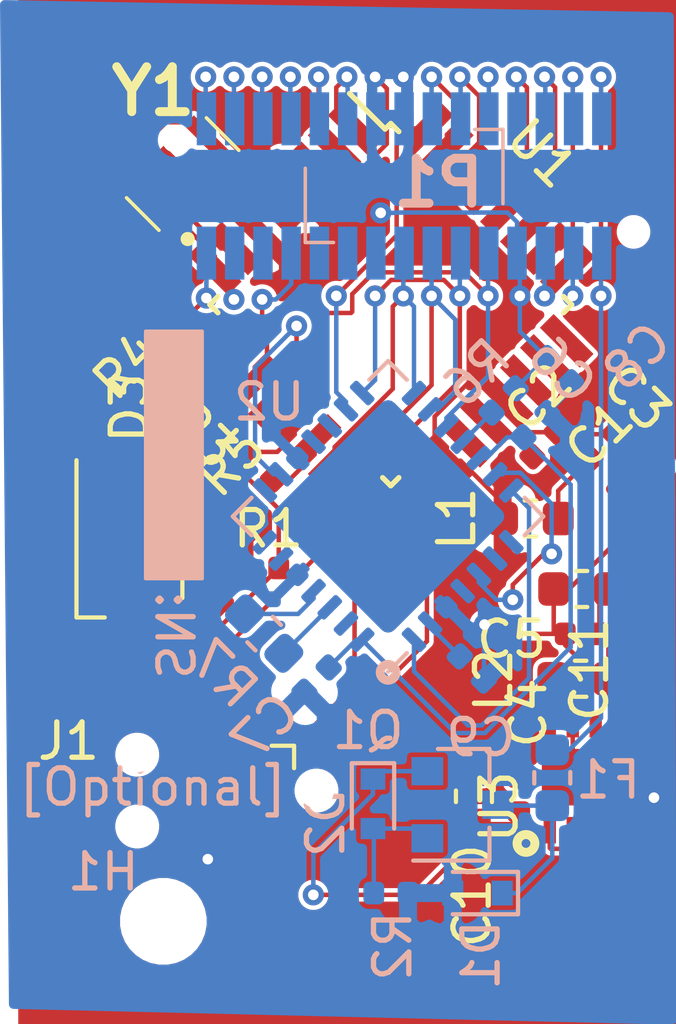
<source format=kicad_pcb>
(kicad_pcb (version 20171130) (host pcbnew "(5.1.5)-3")
  (layers (0 F.Cu signal hide) (31 B.Cu signal) (34 B.Paste user) (35 F.Paste user hide) (36 B.SilkS user) (37 F.SilkS user hide) (38 B.Mask user) (39 F.Mask user hide) (44 Edge.Cuts user))
  (net 0 "")
  (net 1 "Net-(U1-Pad7)")
  (net 2 GND)
  (net 3 /Reset)
  (net 4 /MOSI)
  (net 5 /SCK)
  (net 6 +5V)
  (net 7 /MISO)
  (net 8 "Net-(U2-Pad2)")
  (net 9 "Net-(U2-Pad6)")
  (net 10 "Net-(U2-Pad7)")
  (net 11 "Net-(U2-Pad8)")
  (net 12 "Net-(U2-Pad11)")
  (net 13 "Net-(U2-Pad12)")
  (net 14 "Net-(U2-Pad20)")
  (net 15 "Net-(U2-Pad21)")
  (net 16 "Net-(U2-Pad22)")
  (net 17 "Net-(U2-Pad23)")
  (net 18 "Net-(U2-Pad25)")
  (net 19 /CAN_CS)
  (net 20 /CAN_INT)
  (net 21 +12V)
  (net 22 /CLK_MCP)
  (net 23 /GREEN_LED)
  (net 24 /RED_LED)
  (net 25 /BLUE_LED)
  (net 26 /U-Pin8)
  (net 27 /U-Pin12)
  (net 28 /U-Pin14)
  (net 29 /U-Pin20)
  (net 30 /U-Pin22)
  (net 31 "Net-(D1-Pad1)")
  (net 32 "Net-(D2-Pad2)")
  (net 33 /U-Pin2)
  (net 34 /U-Pin4)
  (net 35 /U-Pin6)
  (net 36 /U-Pin7)
  (net 37 /U-Pin23)
  (net 38 /U-Pin1)
  (net 39 /U-Pin3)
  (net 40 +12V_Safe)
  (net 41 "Net-(C3-Pad2)")
  (net 42 "Net-(C7-Pad1)")
  (net 43 "Net-(C9-Pad2)")
  (net 44 "Net-(L2-Pad1)")
  (net 45 "Net-(R6-Pad1)")
  (net 46 "Net-(U3-Pad2)")
  (net 47 "Net-(U3-Pad6)")
  (net 48 "Net-(U1-Pad19)")
  (net 49 "Net-(U1-Pad22)")
  (net 50 "Net-(U1-Pad24)")
  (net 51 "Net-(C2-Pad1)")
  (net 52 "Net-(D3-Pad2)")
  (net 53 "Net-(D3-Pad3)")
  (net 54 "Net-(D3-Pad4)")
  (net 55 "Net-(U1-Pad29)")
  (net 56 "Net-(U1-Pad8)")
  (net 57 "Net-(P1-Pad3)")
  (net 58 "Net-(P1-Pad17)")
  (net 59 "Net-(P1-Pad19)")
  (net 60 "Net-(P1-Pad21)")
  (net 61 "Net-(P1-Pad25)")
  (net 62 "Net-(P1-Pad27)")
  (net 63 /U-Pin10)
  (net 64 /U-Pin24)
  (net 65 /U-Pin26)
  (net 66 /U-Pin28)
  (net 67 /U-Pin30)
  (net 68 /U-Pin5)
  (module Connector:Tag-Connect_TC2030-IDC-NL_2x03_P1.27mm_Vertical (layer F.Cu) (at 69.4 86.2 180)
    (fp_text reference J1 (at 4.485 1.4) (layer F.SilkS))
    (fp_text value TC2030-MCP-NL)
    (pad "" np_thru_hole circle (at 2.54 -1.016 180) (size 0.9906 0.9906) (drill 0.9906) (layers *.Cu *.Mask))
    (pad "" np_thru_hole circle (at 2.54 1.016 180) (size 0.9906 0.9906) (drill 0.9906) (layers *.Cu *.Mask))
    (pad "" np_thru_hole circle (at -2.54 0 180) (size 0.9906 0.9906) (drill 0.9906) (layers *.Cu *.Mask))
    (pad 1 connect circle (at -1.27 0.635 180) (size 0.7874 0.7874) (layers F.Cu F.Mask) (net 7 /MISO))
    (pad 2 connect circle (at -1.27 -0.635 180) (size 0.7874 0.7874) (layers F.Cu F.Mask) (net 6 +5V))
    (pad 3 connect circle (at 0 0.635 180) (size 0.7874 0.7874) (layers F.Cu F.Mask) (net 5 /SCK))
    (pad 4 connect circle (at 0 -0.635 180) (size 0.7874 0.7874) (layers F.Cu F.Mask) (net 4 /MOSI))
    (pad 5 connect circle (at 1.27 0.635 180) (size 0.7874 0.7874) (layers F.Cu F.Mask) (net 3 /Reset))
    (pad 6 connect circle (at 1.27 -0.635 180) (size 0.7874 0.7874) (layers F.Cu F.Mask) (net 2 GND))
  )
  (module SMLP36RGB2W3R:ILWX10SBVFBE (layer B.Cu) (at 74.422 69.088 180)
    (fp_text reference P1 (at -0.978 0.088) (layer B.SilkS) (effects (font (size 1.27 1.27) (thickness 0.254)) (justify mirror)))
    (fp_text value Conn_02x15_Odd_Even hide)
    (pad "" np_thru_hole circle (at 6.5 1.3 180) (size 0.7 0.7) (drill 0.7) (layers *.Cu *.Mask))
    (pad "" np_thru_hole circle (at -6.5 -1.3 180) (size 0.7 0.7) (drill 0.7) (layers *.Cu *.Mask))
    (pad 1 smd rect (at -5.6 -1.9 180) (size 0.55 1.5) (layers B.Cu B.Paste B.Mask) (net 21 +12V))
    (pad 2 smd rect (at -5.6 1.9 180) (size 0.55 1.5) (layers B.Cu B.Paste B.Mask) (net 33 /U-Pin2))
    (pad 3 smd rect (at -4.8 -1.9 180) (size 0.55 1.5) (layers B.Cu B.Paste B.Mask) (net 57 "Net-(P1-Pad3)"))
    (pad 4 smd rect (at -4.8 1.9 180) (size 0.55 1.5) (layers B.Cu B.Paste B.Mask) (net 34 /U-Pin4))
    (pad 5 smd rect (at -4 -1.9 180) (size 0.55 1.5) (layers B.Cu B.Paste B.Mask) (net 68 /U-Pin5))
    (pad 6 smd rect (at -4 1.9 180) (size 0.55 1.5) (layers B.Cu B.Paste B.Mask) (net 35 /U-Pin6))
    (pad 7 smd rect (at -3.2 -1.9 180) (size 0.55 1.5) (layers B.Cu B.Paste B.Mask) (net 6 +5V))
    (pad 8 smd rect (at -3.2 1.9 180) (size 0.55 1.5) (layers B.Cu B.Paste B.Mask) (net 26 /U-Pin8))
    (pad 9 smd rect (at -2.4 -1.9 180) (size 0.55 1.5) (layers B.Cu B.Paste B.Mask) (net 19 /CAN_CS))
    (pad 10 smd rect (at -2.4 1.9 180) (size 0.55 1.5) (layers B.Cu B.Paste B.Mask) (net 63 /U-Pin10))
    (pad 11 smd rect (at -1.6 -1.9 180) (size 0.55 1.5) (layers B.Cu B.Paste B.Mask) (net 5 /SCK))
    (pad 12 smd rect (at -1.6 1.9 180) (size 0.55 1.5) (layers B.Cu B.Paste B.Mask) (net 27 /U-Pin12))
    (pad 13 smd rect (at -0.8 -1.9 180) (size 0.55 1.5) (layers B.Cu B.Paste B.Mask) (net 7 /MISO))
    (pad 14 smd rect (at -0.8 1.9 180) (size 0.55 1.5) (layers B.Cu B.Paste B.Mask) (net 28 /U-Pin14))
    (pad 15 smd rect (at 0 -1.9 180) (size 0.55 1.5) (layers B.Cu B.Paste B.Mask) (net 4 /MOSI))
    (pad 16 smd rect (at 0 1.9 180) (size 0.55 1.5) (layers B.Cu B.Paste B.Mask) (net 2 GND))
    (pad 17 smd rect (at 0.8 -1.9 180) (size 0.55 1.5) (layers B.Cu B.Paste B.Mask) (net 58 "Net-(P1-Pad17)"))
    (pad 18 smd rect (at 0.8 1.9 180) (size 0.55 1.5) (layers B.Cu B.Paste B.Mask) (net 2 GND))
    (pad 19 smd rect (at 1.6 -1.9 180) (size 0.55 1.5) (layers B.Cu B.Paste B.Mask) (net 59 "Net-(P1-Pad19)"))
    (pad 20 smd rect (at 1.6 1.9 180) (size 0.55 1.5) (layers B.Cu B.Paste B.Mask) (net 29 /U-Pin20))
    (pad 21 smd rect (at 2.4 -1.9 180) (size 0.55 1.5) (layers B.Cu B.Paste B.Mask) (net 60 "Net-(P1-Pad21)"))
    (pad 22 smd rect (at 2.4 1.9 180) (size 0.55 1.5) (layers B.Cu B.Paste B.Mask) (net 30 /U-Pin22))
    (pad 23 smd rect (at 3.2 -1.9 180) (size 0.55 1.5) (layers B.Cu B.Paste B.Mask) (net 37 /U-Pin23))
    (pad 24 smd rect (at 3.2 1.9 180) (size 0.55 1.5) (layers B.Cu B.Paste B.Mask) (net 64 /U-Pin24))
    (pad 25 smd rect (at 4 -1.9 180) (size 0.55 1.5) (layers B.Cu B.Paste B.Mask) (net 61 "Net-(P1-Pad25)"))
    (pad 26 smd rect (at 4 1.9 180) (size 0.55 1.5) (layers B.Cu B.Paste B.Mask) (net 65 /U-Pin26))
    (pad 27 smd rect (at 4.8 -1.9 180) (size 0.55 1.5) (layers B.Cu B.Paste B.Mask) (net 62 "Net-(P1-Pad27)"))
    (pad 28 smd rect (at 4.8 1.9 180) (size 0.55 1.5) (layers B.Cu B.Paste B.Mask) (net 66 /U-Pin28))
    (pad 29 smd rect (at 5.6 -1.9 180) (size 0.55 1.5) (layers B.Cu B.Paste B.Mask) (net 3 /Reset))
    (pad 30 smd rect (at 5.6 1.9 180) (size 0.55 1.5) (layers B.Cu B.Paste B.Mask) (net 67 /U-Pin30))
  )
  (module LED_SMD:LED_Avago_PLCC4_3.2x2.8mm_CW (layer F.Cu) (at 66.64 78.8 90)
    (fp_text reference D3 (at 3.429 0 270) (layer F.SilkS))
    (fp_text value ASMB-MTB0-0A3A2)
    (pad 1 smd rect (at -1.5 -0.75 90) (size 1.5 1.1) (layers F.Cu F.Paste F.Mask) (net 6 +5V))
    (pad 2 smd rect (at 1.5 -0.75 90) (size 1.5 1.1) (layers F.Cu F.Paste F.Mask) (net 52 "Net-(D3-Pad2)"))
    (pad 3 smd rect (at 1.5 0.75 90) (size 1.5 1.1) (layers F.Cu F.Paste F.Mask) (net 53 "Net-(D3-Pad3)"))
    (pad 4 smd rect (at -1.5 0.75 90) (size 1.5 1.1) (layers F.Cu F.Paste F.Mask) (net 54 "Net-(D3-Pad4)"))
  )
  (module Resistor_SMD:R_0402_1005Metric (layer F.Cu) (at 70.385 79.9)
    (fp_text reference R1 (at 0.19 -1.11) (layer F.SilkS))
    (fp_text value "10K Ohm")
    (pad 1 smd roundrect (at -0.485 0) (size 0.59 0.64) (layers F.Cu F.Paste F.Mask) (net 6 +5V))
    (pad 2 smd roundrect (at 0.485 0) (size 0.59 0.64) (layers F.Cu F.Paste F.Mask) (net 3 /Reset))
  )
  (module Resistor_SMD:R_0402_1005Metric (layer F.Cu) (at 70.357053 77.742947 45)
    (fp_text reference R5 (at 0 -1.17 45) (layer F.SilkS))
    (fp_text value "190 Ohm")
    (pad 1 smd roundrect (at -0.485 0 45) (size 0.59 0.64) (layers F.Cu F.Paste F.Mask) (net 52 "Net-(D3-Pad2)"))
    (pad 2 smd roundrect (at 0.485 0 45) (size 0.59 0.64) (layers F.Cu F.Paste F.Mask) (net 25 /BLUE_LED))
  )
  (module Package_DFN_QFN:QFN-28-1EP_6x6mm_P0.65mm_EP4.8x4.8mm (layer B.Cu) (at 73.968 78.44 45)
    (fp_text reference U2 (at -0.09051 -4.672562 180) (layer B.SilkS) (effects (justify mirror)))
    (fp_text value MCP25625-x-SS)
    (pad 29 smd roundrect (at 0 0 45) (size 4.8 4.8) (layers B.Cu B.Mask) (roundrect_rratio 0.052083))
    (pad 1 smd roundrect (at -2.9875 1.95 45) (size 0.775 0.3) (layers B.Cu B.Paste B.Mask) (net 42 "Net-(C7-Pad1)"))
    (pad 2 smd roundrect (at -2.9875 1.3 45) (size 0.775 0.3) (layers B.Cu B.Paste B.Mask) (net 8 "Net-(U2-Pad2)"))
    (pad 3 smd roundrect (at -2.9875 0.65 45) (size 0.775 0.3) (layers B.Cu B.Paste B.Mask) (net 38 /U-Pin1))
    (pad 4 smd roundrect (at -2.9875 0 45) (size 0.775 0.3) (layers B.Cu B.Paste B.Mask) (net 39 /U-Pin3))
    (pad 5 smd roundrect (at -2.9875 -0.65 45) (size 0.775 0.3) (layers B.Cu B.Paste B.Mask) (net 2 GND))
    (pad 6 smd roundrect (at -2.9875 -1.3 45) (size 0.775 0.3) (layers B.Cu B.Paste B.Mask) (net 9 "Net-(U2-Pad6)"))
    (pad 7 smd roundrect (at -2.9875 -1.95 45) (size 0.775 0.3) (layers B.Cu B.Paste B.Mask) (net 10 "Net-(U2-Pad7)"))
    (pad 8 smd roundrect (at -1.95 -2.9875 45) (size 0.3 0.775) (layers B.Cu B.Paste B.Mask) (net 11 "Net-(U2-Pad8)"))
    (pad 9 smd roundrect (at -1.3 -2.9875 45) (size 0.3 0.775) (layers B.Cu B.Paste B.Mask) (net 22 /CLK_MCP))
    (pad 10 smd roundrect (at -0.65 -2.9875 45) (size 0.3 0.775) (layers B.Cu B.Paste B.Mask) (net 2 GND))
    (pad 11 smd roundrect (at 0 -2.9875 45) (size 0.3 0.775) (layers B.Cu B.Paste B.Mask) (net 12 "Net-(U2-Pad11)"))
    (pad 12 smd roundrect (at 0.65 -2.9875 45) (size 0.3 0.775) (layers B.Cu B.Paste B.Mask) (net 13 "Net-(U2-Pad12)"))
    (pad 13 smd roundrect (at 1.3 -2.9875 45) (size 0.3 0.775) (layers B.Cu B.Paste B.Mask) (net 20 /CAN_INT))
    (pad 14 smd roundrect (at 1.95 -2.9875 45) (size 0.3 0.775) (layers B.Cu B.Paste B.Mask) (net 5 /SCK))
    (pad 15 smd roundrect (at 2.9875 -1.95 45) (size 0.775 0.3) (layers B.Cu B.Paste B.Mask) (net 4 /MOSI))
    (pad 16 smd roundrect (at 2.9875 -1.3 45) (size 0.775 0.3) (layers B.Cu B.Paste B.Mask) (net 7 /MISO))
    (pad 17 smd roundrect (at 2.9875 -0.65 45) (size 0.775 0.3) (layers B.Cu B.Paste B.Mask) (net 19 /CAN_CS))
    (pad 18 smd roundrect (at 2.9875 0 45) (size 0.775 0.3) (layers B.Cu B.Paste B.Mask) (net 45 "Net-(R6-Pad1)"))
    (pad 19 smd roundrect (at 2.9875 0.65 45) (size 0.775 0.3) (layers B.Cu B.Paste B.Mask) (net 42 "Net-(C7-Pad1)"))
    (pad 20 smd roundrect (at 2.9875 1.3 45) (size 0.775 0.3) (layers B.Cu B.Paste B.Mask) (net 14 "Net-(U2-Pad20)"))
    (pad 21 smd roundrect (at 2.9875 1.95 45) (size 0.775 0.3) (layers B.Cu B.Paste B.Mask) (net 15 "Net-(U2-Pad21)"))
    (pad 22 smd roundrect (at 1.95 2.9875 45) (size 0.3 0.775) (layers B.Cu B.Paste B.Mask) (net 16 "Net-(U2-Pad22)"))
    (pad 23 smd roundrect (at 1.3 2.9875 45) (size 0.3 0.775) (layers B.Cu B.Paste B.Mask) (net 17 "Net-(U2-Pad23)"))
    (pad 24 smd roundrect (at 0.65 2.9875 45) (size 0.3 0.775) (layers B.Cu B.Paste B.Mask) (net 14 "Net-(U2-Pad20)"))
    (pad 25 smd roundrect (at 0 2.9875 45) (size 0.3 0.775) (layers B.Cu B.Paste B.Mask) (net 18 "Net-(U2-Pad25)"))
    (pad 26 smd roundrect (at -0.65 2.9875 45) (size 0.3 0.775) (layers B.Cu B.Paste B.Mask) (net 2 GND))
    (pad 27 smd roundrect (at -1.3 2.9875 45) (size 0.3 0.775) (layers B.Cu B.Paste B.Mask) (net 43 "Net-(C9-Pad2)"))
    (pad 28 smd roundrect (at -1.95 2.9875 45) (size 0.3 0.775) (layers B.Cu B.Paste B.Mask) (net 15 "Net-(U2-Pad21)"))
  )
  (module Package_QFP:TQFP-32_7x7mm_P0.8mm (layer F.Cu) (at 74.043324 72.446268 315)
    (fp_text reference U1 (at 0 -6.05 135) (layer F.SilkS))
    (fp_text value ATmega328P-AU)
    (pad 1 smd rect (at -4.25 -2.8 315) (size 1.6 0.55) (layers F.Cu F.Paste F.Mask) (net 29 /U-Pin20))
    (pad 2 smd rect (at -4.25 -2 315) (size 1.6 0.55) (layers F.Cu F.Paste F.Mask) (net 30 /U-Pin22))
    (pad 3 smd rect (at -4.25 -1.2 315) (size 1.6 0.55) (layers F.Cu F.Paste F.Mask) (net 2 GND))
    (pad 4 smd rect (at -4.25 -0.4 315) (size 1.6 0.55) (layers F.Cu F.Paste F.Mask) (net 6 +5V))
    (pad 5 smd rect (at -4.25 0.4 315) (size 1.6 0.55) (layers F.Cu F.Paste F.Mask) (net 2 GND))
    (pad 6 smd rect (at -4.25 1.2 315) (size 1.6 0.55) (layers F.Cu F.Paste F.Mask) (net 6 +5V))
    (pad 7 smd rect (at -4.25 2 315) (size 1.6 0.55) (layers F.Cu F.Paste F.Mask) (net 1 "Net-(U1-Pad7)"))
    (pad 8 smd rect (at -4.25 2.8 315) (size 1.6 0.55) (layers F.Cu F.Paste F.Mask) (net 56 "Net-(U1-Pad8)"))
    (pad 9 smd rect (at -2.8 4.25 45) (size 1.6 0.55) (layers F.Cu F.Paste F.Mask) (net 23 /GREEN_LED))
    (pad 10 smd rect (at -2 4.25 45) (size 1.6 0.55) (layers F.Cu F.Paste F.Mask) (net 37 /U-Pin23))
    (pad 11 smd rect (at -1.2 4.25 45) (size 1.6 0.55) (layers F.Cu F.Paste F.Mask) (net 19 /CAN_CS))
    (pad 12 smd rect (at -0.4 4.25 45) (size 1.6 0.55) (layers F.Cu F.Paste F.Mask) (net 22 /CLK_MCP))
    (pad 13 smd rect (at 0.4 4.25 45) (size 1.6 0.55) (layers F.Cu F.Paste F.Mask) (net 24 /RED_LED))
    (pad 14 smd rect (at 1.2 4.25 45) (size 1.6 0.55) (layers F.Cu F.Paste F.Mask) (net 25 /BLUE_LED))
    (pad 15 smd rect (at 2 4.25 45) (size 1.6 0.55) (layers F.Cu F.Paste F.Mask) (net 4 /MOSI))
    (pad 16 smd rect (at 2.8 4.25 45) (size 1.6 0.55) (layers F.Cu F.Paste F.Mask) (net 7 /MISO))
    (pad 17 smd rect (at 4.25 2.8 315) (size 1.6 0.55) (layers F.Cu F.Paste F.Mask) (net 5 /SCK))
    (pad 18 smd rect (at 4.25 2 315) (size 1.6 0.55) (layers F.Cu F.Paste F.Mask) (net 6 +5V))
    (pad 19 smd rect (at 4.25 1.2 315) (size 1.6 0.55) (layers F.Cu F.Paste F.Mask) (net 48 "Net-(U1-Pad19)"))
    (pad 20 smd rect (at 4.25 0.4 315) (size 1.6 0.55) (layers F.Cu F.Paste F.Mask) (net 51 "Net-(C2-Pad1)"))
    (pad 21 smd rect (at 4.25 -0.4 315) (size 1.6 0.55) (layers F.Cu F.Paste F.Mask) (net 2 GND))
    (pad 22 smd rect (at 4.25 -1.2 315) (size 1.6 0.55) (layers F.Cu F.Paste F.Mask) (net 49 "Net-(U1-Pad22)"))
    (pad 23 smd rect (at 4.25 -2 315) (size 1.6 0.55) (layers F.Cu F.Paste F.Mask) (net 36 /U-Pin7))
    (pad 24 smd rect (at 4.25 -2.8 315) (size 1.6 0.55) (layers F.Cu F.Paste F.Mask) (net 50 "Net-(U1-Pad24)"))
    (pad 25 smd rect (at 2.8 -4.25 45) (size 1.6 0.55) (layers F.Cu F.Paste F.Mask) (net 33 /U-Pin2))
    (pad 26 smd rect (at 2 -4.25 45) (size 1.6 0.55) (layers F.Cu F.Paste F.Mask) (net 34 /U-Pin4))
    (pad 27 smd rect (at 1.2 -4.25 45) (size 1.6 0.55) (layers F.Cu F.Paste F.Mask) (net 35 /U-Pin6))
    (pad 28 smd rect (at 0.4 -4.25 45) (size 1.6 0.55) (layers F.Cu F.Paste F.Mask) (net 26 /U-Pin8))
    (pad 29 smd rect (at -0.4 -4.25 45) (size 1.6 0.55) (layers F.Cu F.Paste F.Mask) (net 55 "Net-(U1-Pad29)"))
    (pad 30 smd rect (at -1.2 -4.25 45) (size 1.6 0.55) (layers F.Cu F.Paste F.Mask) (net 27 /U-Pin12))
    (pad 31 smd rect (at -2 -4.25 45) (size 1.6 0.55) (layers F.Cu F.Paste F.Mask) (net 28 /U-Pin14))
    (pad 32 smd rect (at -2.8 -4.25 45) (size 1.6 0.55) (layers F.Cu F.Paste F.Mask) (net 20 /CAN_INT))
  )
  (module CSTNE16M0V530000R0:CSTNE16M0V530000R0 (layer F.Cu) (at 68.449049 69.051992 45)
    (fp_text reference Y1 (at 1.062741 -2.6736) (layer F.SilkS) (effects (font (size 1.27 1.27) (thickness 0.254))))
    (fp_text value 16.0Mhz hide)
    (pad 3 smd rect (at 1.2 -0.425 45) (size 0.4 1.9) (layers F.Cu F.Paste F.Mask) (net 1 "Net-(U1-Pad7)"))
    (pad 2 smd rect (at 0 -0.425 45) (size 0.4 1.9) (layers F.Cu F.Paste F.Mask) (net 2 GND))
    (pad 1 smd rect (at -1.2 -0.425 45) (size 0.4 1.9) (layers F.Cu F.Paste F.Mask) (net 56 "Net-(U1-Pad8)"))
  )
  (module Capacitor_SMD:C_0402_1005Metric (layer F.Cu) (at 80.857053 77.342947 225)
    (fp_text reference C1 (at -0.21373 1.496111 45) (layer F.SilkS))
    (fp_text value 0.1uF)
    (pad 1 smd roundrect (at -0.485 0 225) (size 0.59 0.64) (layers F.Cu F.Paste F.Mask) (net 6 +5V))
    (pad 2 smd roundrect (at 0.485 0 225) (size 0.59 0.64) (layers F.Cu F.Paste F.Mask) (net 2 GND))
  )
  (module Diode_SMD:D_SOD-523 (layer B.Cu) (at 76.5 89.1 180)
    (fp_text reference D1 (at -0.1016 -1.7526 90) (layer B.SilkS) (effects (justify mirror)))
    (fp_text value 15V)
    (pad 1 smd rect (at -0.7 0) (size 0.6 0.7) (layers B.Cu B.Paste B.Mask) (net 31 "Net-(D1-Pad1)"))
    (pad 2 smd rect (at 0.7 0) (size 0.6 0.7) (layers B.Cu B.Paste B.Mask) (net 2 GND))
  )
  (module Inductor_SMD:L_0603_1608Metric (layer F.Cu) (at 78 78.5)
    (fp_text reference L1 (at -2.09 0.01 -90) (layer F.SilkS))
    (fp_text value 10uH)
    (pad 2 smd roundrect (at 0.7875 0) (size 0.875 0.95) (layers F.Cu F.Paste F.Mask) (net 41 "Net-(C3-Pad2)"))
    (pad 1 smd roundrect (at -0.7875 0) (size 0.875 0.95) (layers F.Cu F.Paste F.Mask) (net 6 +5V))
  )
  (module Capacitor_SMD:C_0402_1005Metric (layer F.Cu) (at 80.042947 76.457053 225)
    (fp_text reference C3 (at -1.66 0.29 315) (layer F.SilkS))
    (fp_text value 0.1uF)
    (pad 2 smd roundrect (at 0.485 0 225) (size 0.59 0.64) (layers F.Cu F.Paste F.Mask) (net 41 "Net-(C3-Pad2)"))
    (pad 1 smd roundrect (at -0.485 0 225) (size 0.59 0.64) (layers F.Cu F.Paste F.Mask) (net 2 GND))
  )
  (module Resistor_SMD:R_0402_1005Metric (layer B.Cu) (at 74.048 89.1)
    (fp_text reference R2 (at 0.052 1.5 270) (layer B.SilkS) (effects (justify mirror)))
    (fp_text value "100K Ohm")
    (pad 2 smd roundrect (at 0.485 0) (size 0.59 0.64) (layers B.Cu B.Paste B.Mask) (net 2 GND))
    (pad 1 smd roundrect (at -0.485 0) (size 0.59 0.64) (layers B.Cu B.Paste B.Mask) (net 32 "Net-(D2-Pad2)"))
  )
  (module Package_TO_SOT_SMD:SOT-23 (layer B.Cu) (at 76.08 86.6)
    (fp_text reference Q1 (at -2.68 -2.1) (layer B.SilkS) (effects (justify mirror)))
    (fp_text value Q_PMOS_DGS)
    (pad 3 smd rect (at 1 0) (size 0.9 0.8) (layers B.Cu B.Paste B.Mask) (net 31 "Net-(D1-Pad1)"))
    (pad 2 smd rect (at -1 -0.95) (size 0.9 0.8) (layers B.Cu B.Paste B.Mask) (net 40 +12V_Safe))
    (pad 1 smd rect (at -1 0.95) (size 0.9 0.8) (layers B.Cu B.Paste B.Mask) (net 32 "Net-(D2-Pad2)"))
  )
  (module Fuse:Fuse_0603_1608Metric (layer B.Cu) (at 78.62 85.8375 90)
    (fp_text reference F1 (at -0.0625 1.58 180) (layer B.SilkS) (effects (justify mirror)))
    (fp_text value 250mA)
    (pad 2 smd roundrect (at 0.7875 0 90) (size 0.875 0.95) (layers B.Cu B.Paste B.Mask) (net 21 +12V))
    (pad 1 smd roundrect (at -0.7875 0 90) (size 0.875 0.95) (layers B.Cu B.Paste B.Mask) (net 31 "Net-(D1-Pad1)"))
  )
  (module Diode_SMD:D_SOD-523 (layer B.Cu) (at 73.54 86.574 270)
    (fp_text reference D2 (at 0.526 1.34 90) (layer B.SilkS) (effects (justify mirror)))
    (fp_text value 2.4V)
    (pad 1 smd rect (at -0.7 0 90) (size 0.6 0.7) (layers B.Cu B.Paste B.Mask) (net 40 +12V_Safe))
    (pad 2 smd rect (at 0.7 0 90) (size 0.6 0.7) (layers B.Cu B.Paste B.Mask) (net 32 "Net-(D2-Pad2)"))
  )
  (module Resistor_SMD:R_0603_1608Metric (layer B.Cu) (at 70.456847 81.756847 315)
    (fp_text reference R7 (at -0.009683 1.626346 315) (layer B.SilkS) (effects (justify mirror)))
    (fp_text value "120 Ohm")
    (pad 1 smd roundrect (at -0.7875 0 315) (size 0.875 0.95) (layers B.Cu B.Paste B.Mask) (net 39 /U-Pin3))
    (pad 2 smd roundrect (at 0.7875 0 315) (size 0.875 0.95) (layers B.Cu B.Paste B.Mask) (net 38 /U-Pin1))
  )
  (module Capacitor_SMD:C_0402_1005Metric (layer B.Cu) (at 71.942947 83.057053 225)
    (fp_text reference C7 (at 1.969925 0.070711 225) (layer B.SilkS) (effects (justify mirror)))
    (fp_text value 0.1uF)
    (pad 1 smd roundrect (at -0.485 0 225) (size 0.59 0.64) (layers B.Cu B.Paste B.Mask) (net 42 "Net-(C7-Pad1)"))
    (pad 2 smd roundrect (at 0.485 0 225) (size 0.59 0.64) (layers B.Cu B.Paste B.Mask) (net 2 GND))
  )
  (module Capacitor_SMD:C_0402_1005Metric (layer B.Cu) (at 78.142947 75.857053 45)
    (fp_text reference C8 (at 3.412572 0.66468 45) (layer B.SilkS) (effects (justify mirror)))
    (fp_text value 0.1uF hide)
    (pad 1 smd roundrect (at -0.485 0 45) (size 0.59 0.64) (layers B.Cu B.Paste B.Mask) (net 42 "Net-(C7-Pad1)"))
    (pad 2 smd roundrect (at 0.485 0 45) (size 0.59 0.64) (layers B.Cu B.Paste B.Mask) (net 2 GND))
  )
  (module Capacitor_SMD:C_0402_1005Metric (layer B.Cu) (at 76.342947 82.742947 135)
    (fp_text reference C9 (at -1.565609 -1.202082) (layer B.SilkS) (effects (justify mirror)))
    (fp_text value 0.1uF)
    (pad 1 smd roundrect (at -0.485 0 135) (size 0.59 0.64) (layers B.Cu B.Paste B.Mask) (net 2 GND))
    (pad 2 smd roundrect (at 0.485 0 135) (size 0.59 0.64) (layers B.Cu B.Paste B.Mask) (net 43 "Net-(C9-Pad2)"))
  )
  (module Capacitor_SMD:C_0402_1005Metric (layer B.Cu) (at 78.8 74.3 315)
    (fp_text reference C6 (at 0.070711 -0.070711 315) (layer B.SilkS) (effects (justify mirror)))
    (fp_text value 0.1uF)
    (pad 1 smd roundrect (at -0.485 0 315) (size 0.59 0.64) (layers B.Cu B.Paste B.Mask) (net 6 +5V))
    (pad 2 smd roundrect (at 0.485 0 315) (size 0.59 0.64) (layers B.Cu B.Paste B.Mask) (net 2 GND))
  )
  (module Resistor_SMD:R_0402_1005Metric (layer B.Cu) (at 77.242947 75.157053 45)
    (fp_text reference R6 (at 0.007071 -1.096016 45) (layer B.SilkS) (effects (justify mirror)))
    (fp_text value "10K Ohm")
    (pad 1 smd roundrect (at -0.485 0 45) (size 0.59 0.64) (layers B.Cu B.Paste B.Mask) (net 45 "Net-(R6-Pad1)"))
    (pad 2 smd roundrect (at 0.485 0 45) (size 0.59 0.64) (layers B.Cu B.Paste B.Mask) (net 6 +5V))
  )
  (module Capacitor_SMD:C_0402_1005Metric (layer F.Cu) (at 78.4 76.4 45)
    (fp_text reference C2 (at 0.81 -1.06 225) (layer F.SilkS))
    (fp_text value 0.1uF)
    (pad 1 smd roundrect (at -0.485 0 45) (size 0.59 0.64) (layers F.Cu F.Paste F.Mask) (net 51 "Net-(C2-Pad1)"))
    (pad 2 smd roundrect (at 0.485 0 45) (size 0.59 0.64) (layers F.Cu F.Paste F.Mask) (net 2 GND))
  )
  (module Capacitor_SMD:C_0402_1005Metric (layer F.Cu) (at 77.67 86.313 90)
    (fp_text reference C4 (at 2.3114 0.254 90) (layer F.SilkS))
    (fp_text value 0.1uF)
    (pad 1 smd roundrect (at -0.485 0 90) (size 0.59 0.64) (layers F.Cu F.Paste F.Mask) (net 40 +12V_Safe))
    (pad 2 smd roundrect (at 0.485 0 90) (size 0.59 0.64) (layers F.Cu F.Paste F.Mask) (net 2 GND))
  )
  (module Capacitor_SMD:C_0402_1005Metric (layer F.Cu) (at 79.471 81.764 180)
    (fp_text reference C5 (at 2.0066 -0.1524 180) (layer F.SilkS))
    (fp_text value 0.1uF)
    (pad 2 smd roundrect (at 0.485 0 180) (size 0.59 0.64) (layers F.Cu F.Paste F.Mask) (net 2 GND))
    (pad 1 smd roundrect (at -0.485 0 180) (size 0.59 0.64) (layers F.Cu F.Paste F.Mask) (net 6 +5V))
  )
  (module MountingHole:MountingHole_2.2mm_M2 (layer B.Cu) (at 67.6 89.9)
    (fp_text reference H1 (at -1.7 -1.4) (layer B.SilkS) (effects (justify mirror)))
    (fp_text value "M2 Mouting hole")
    (pad 1 np_thru_hole circle (at 0 0) (size 2.2 2.2) (drill 2.2) (layers *.Cu *.Mask))
  )
  (module Inductor_SMD:L_0603_1608Metric (layer F.Cu) (at 79.4225 83.034)
    (fp_text reference L2 (at -2.4638 0.0508 -270) (layer F.SilkS))
    (fp_text value "2.2 µH")
    (pad 1 smd roundrect (at -0.7875 0) (size 0.875 0.95) (layers F.Cu F.Paste F.Mask) (net 44 "Net-(L2-Pad1)"))
    (pad 2 smd roundrect (at 0.7875 0) (size 0.875 0.95) (layers F.Cu F.Paste F.Mask) (net 6 +5V))
  )
  (module NCV890430MW50TXG:SON65P300X300X100-9N (layer F.Cu) (at 79.524 85.82 90)
    (fp_text reference U3 (at -0.8382 -2.413 90) (layer F.SilkS))
    (fp_text value NCV890430MW50TXG hide)
    (pad 1 smd rect (at -1.5 -0.975 180) (size 0.35 0.75) (layers F.Cu F.Paste F.Mask) (net 40 +12V_Safe))
    (pad 2 smd rect (at -1.5 -0.325 180) (size 0.35 0.75) (layers F.Cu F.Paste F.Mask) (net 46 "Net-(U3-Pad2)"))
    (pad 3 smd rect (at -1.5 0.325 180) (size 0.35 0.75) (layers F.Cu F.Paste F.Mask) (net 2 GND))
    (pad 4 smd rect (at -1.5 0.975 180) (size 0.35 0.75) (layers F.Cu F.Paste F.Mask) (net 40 +12V_Safe))
    (pad 5 smd rect (at 1.5 0.975 180) (size 0.35 0.75) (layers F.Cu F.Paste F.Mask) (net 6 +5V))
    (pad 6 smd rect (at 1.5 0.325 180) (size 0.35 0.75) (layers F.Cu F.Paste F.Mask) (net 47 "Net-(U3-Pad6)"))
    (pad 7 smd rect (at 1.5 -0.325 180) (size 0.35 0.75) (layers F.Cu F.Paste F.Mask) (net 2 GND))
    (pad 8 smd rect (at 1.5 -0.975 180) (size 0.35 0.75) (layers F.Cu F.Paste F.Mask) (net 44 "Net-(L2-Pad1)"))
    (pad 9 smd rect (at 0 0 90) (size 1.6 2.4) (layers F.Cu F.Paste F.Mask) (net 2 GND))
  )
  (module Capacitor_SMD:C_0603_1608Metric (layer F.Cu) (at 76.4 86.3615 90)
    (fp_text reference C10 (at -2.8194 -0.0508 90) (layer F.SilkS))
    (fp_text value 10uF)
    (pad 1 smd roundrect (at -0.7875 0 90) (size 0.875 0.95) (layers F.Cu F.Paste F.Mask) (net 40 +12V_Safe))
    (pad 2 smd roundrect (at 0.7875 0 90) (size 0.875 0.95) (layers F.Cu F.Paste F.Mask) (net 2 GND))
  )
  (module Capacitor_SMD:C_0603_1608Metric (layer F.Cu) (at 79.448 80.494 180)
    (fp_text reference C11 (at -0.2285 -2.286 270) (layer F.SilkS))
    (fp_text value 10uF)
    (pad 2 smd roundrect (at 0.7875 0 180) (size 0.875 0.95) (layers F.Cu F.Paste F.Mask) (net 2 GND))
    (pad 1 smd roundrect (at -0.7875 0 180) (size 0.875 0.95) (layers F.Cu F.Paste F.Mask) (net 6 +5V))
  )
  (module Resistor_SMD:R_0402_1005Metric (layer F.Cu) (at 69.542947 76.957053 45)
    (fp_text reference R3 (at 0 -1.17 135) (layer F.SilkS))
    (fp_text value "290 ohm")
    (pad 1 smd roundrect (at -0.485 0 45) (size 0.59 0.64) (layers F.Cu F.Paste F.Mask) (net 54 "Net-(D3-Pad4)"))
    (pad 2 smd roundrect (at 0.485 0 45) (size 0.59 0.64) (layers F.Cu F.Paste F.Mask) (net 24 /RED_LED))
  )
  (module Resistor_SMD:R_0402_1005Metric (layer F.Cu) (at 67.4 75 45)
    (fp_text reference R4 (at 0 -1.17 225) (layer F.SilkS))
    (fp_text value 200ohm)
    (pad 2 smd roundrect (at 0.485 0 45) (size 0.59 0.64) (layers F.Cu F.Paste F.Mask) (net 23 /GREEN_LED))
    (pad 1 smd roundrect (at -0.485 0 45) (size 0.59 0.64) (layers F.Cu F.Paste F.Mask) (net 53 "Net-(D3-Pad3)"))
  )
  (gr_text SN: (at 67.9 81.8 270) (layer B.SilkS) (effects (font (size 1 1)) (justify mirror)))
  (gr_poly (pts (xy 67.1 73.2) (xy 68.7 73.2) (xy 68.7 80.2) (xy 67.1 80.2)) (layer B.SilkS) (width 0.1))
  (gr_text [Optional] (at 67.3 86.1) (layer B.SilkS) (effects (font (size 1 1))))
  (via (at 69.6 72.3) (size 0.6) (drill 0.3) (layers F.Cu B.Cu) (net 0))
  (via (at 80 66) (size 0.6) (drill 0.3) (layers F.Cu B.Cu) (net 33))
  (via (at 79.2 66) (size 0.6) (drill 0.3) (layers F.Cu B.Cu) (net 34))
  (via (at 78.4 66) (size 0.6) (drill 0.3) (layers F.Cu B.Cu) (net 35))
  (via (at 77.6 66) (size 0.6) (drill 0.3) (layers F.Cu B.Cu) (net 26))
  (via (at 69.6 66) (size 0.6) (drill 0.3) (layers F.Cu B.Cu) (net 66))
  (via (at 68.8 66) (size 0.6) (drill 0.3) (layers F.Cu B.Cu) (net 67))
  (via (at 79.2 72.2) (size 0.6) (drill 0.3) (layers F.Cu B.Cu) (net 57))
  (via (at 78.4 72.2) (size 0.6) (drill 0.3) (layers F.Cu B.Cu) (net 68))
  (via (at 70.4 66) (size 0.6) (drill 0.3) (layers F.Cu B.Cu) (net 65))
  (via (at 76.8 66) (size 0.6) (drill 0.3) (layers F.Cu B.Cu) (net 63))
  (via (at 76 66) (size 0.6) (drill 0.3) (layers F.Cu B.Cu) (net 27))
  (via (at 75.2 66) (size 0.6) (drill 0.3) (layers F.Cu B.Cu) (net 28))
  (via (at 72.8 66) (size 0.6) (drill 0.3) (layers F.Cu B.Cu) (net 29))
  (via (at 72 66) (size 0.6) (drill 0.3) (layers F.Cu B.Cu) (net 30))
  (via (at 71.2 66) (size 0.6) (drill 0.3) (layers F.Cu B.Cu) (net 64))
  (segment (start 69.234998 70.855278) (end 69.623907 70.855278) (width 0.127) (layer F.Cu) (net 1))
  (segment (start 67.182946 67.7835) (end 67.182946 68.803226) (width 0.127) (layer F.Cu) (net 1))
  (segment (start 68.997057 67.902943) (end 68.997057 67.6201) (width 0.127) (layer F.Cu) (net 1))
  (segment (start 68.997057 67.6201) (end 68.662556 67.285599) (width 0.127) (layer F.Cu) (net 1))
  (segment (start 67.680847 67.285599) (end 67.182946 67.7835) (width 0.127) (layer F.Cu) (net 1))
  (segment (start 67.182946 68.803226) (end 69.234998 70.855278) (width 0.127) (layer F.Cu) (net 1))
  (segment (start 68.662556 67.285599) (end 67.680847 67.285599) (width 0.127) (layer F.Cu) (net 1))
  (via (at 70.4 72.3) (size 0.6) (drill 0.3) (layers F.Cu B.Cu) (net 37))
  (via (at 73.6 66) (size 0.6) (drill 0.3) (layers F.Cu B.Cu) (net 2))
  (segment (start 77.416 85.574) (end 77.67 85.828) (width 0.127) (layer F.Cu) (net 2))
  (segment (start 76.4 85.574) (end 77.416 85.574) (width 0.127) (layer F.Cu) (net 2))
  (segment (start 77.678 85.82) (end 77.67 85.828) (width 0.127) (layer F.Cu) (net 2))
  (segment (start 79.524 85.82) (end 77.678 85.82) (width 0.127) (layer F.Cu) (net 2))
  (segment (start 79.849 87.072) (end 79.849 87.32) (width 0.127) (layer F.Cu) (net 2))
  (segment (start 79.524 86.747) (end 79.849 87.072) (width 0.127) (layer F.Cu) (net 2))
  (segment (start 79.524 85.82) (end 79.524 86.747) (width 0.127) (layer F.Cu) (net 2))
  (segment (start 78.6605 81.7335) (end 78.691 81.764) (width 0.127) (layer F.Cu) (net 2))
  (segment (start 78.691 81.764) (end 78.986 81.764) (width 0.127) (layer F.Cu) (net 2))
  (segment (start 78.6605 80.494) (end 78.6605 81.7335) (width 0.127) (layer F.Cu) (net 2))
  (segment (start 79.199 83.818) (end 79.199 84.32) (width 0.127) (layer F.Cu) (net 2))
  (segment (start 79.501 82.599) (end 79.501 83.516) (width 0.127) (layer F.Cu) (net 2))
  (segment (start 79.501 83.516) (end 79.199 83.818) (width 0.127) (layer F.Cu) (net 2))
  (segment (start 78.986 82.084) (end 79.501 82.599) (width 0.127) (layer F.Cu) (net 2))
  (segment (start 78.986 81.764) (end 78.986 82.084) (width 0.127) (layer F.Cu) (net 2))
  (segment (start 79.199 85.495) (end 79.524 85.82) (width 0.127) (layer F.Cu) (net 2))
  (segment (start 79.199 84.32) (end 79.199 85.495) (width 0.127) (layer F.Cu) (net 2))
  (segment (start 80.328841 76.057053) (end 80.385894 76.114106) (width 0.127) (layer F.Cu) (net 2))
  (segment (start 78.485894 75.514106) (end 78.5 75.5) (width 0.127) (layer B.Cu) (net 2))
  (segment (start 74.4 67.166) (end 74.422 67.188) (width 0.127) (layer B.Cu) (net 2))
  (segment (start 74.4 66) (end 74.4 67.166) (width 0.127) (layer B.Cu) (net 2))
  (segment (start 73.6 67.166) (end 73.622 67.188) (width 0.127) (layer B.Cu) (net 2))
  (segment (start 73.6 66) (end 73.6 67.166) (width 0.127) (layer B.Cu) (net 2))
  (segment (start 80.514106 76.242318) (end 80.385894 76.114106) (width 0.127) (layer F.Cu) (net 2))
  (segment (start 80.514106 77.685894) (end 80.514106 76.242318) (width 0.127) (layer F.Cu) (net 2))
  (segment (start 74.422 67.188) (end 73.622 67.188) (width 0.127) (layer B.Cu) (net 2))
  (segment (start 70.319637 69.723907) (end 69.347202 68.751472) (width 0.127) (layer F.Cu) (net 2))
  (segment (start 69.347202 68.751472) (end 68.431372 68.751472) (width 0.127) (layer F.Cu) (net 2))
  (segment (start 70.755277 69.723907) (end 70.319637 69.723907) (width 0.127) (layer F.Cu) (net 2))
  (segment (start 68.431372 68.751472) (end 68.148529 68.751472) (width 0.127) (layer F.Cu) (net 2))
  (segment (start 80.514106 78.057926) (end 80.514106 77.685894) (width 0.127) (layer F.Cu) (net 2))
  (segment (start 80.514106 79.077894) (end 80.514106 78.057926) (width 0.127) (layer F.Cu) (net 2))
  (segment (start 79.098 80.494) (end 80.514106 79.077894) (width 0.127) (layer F.Cu) (net 2))
  (segment (start 78.6605 80.494) (end 79.098 80.494) (width 0.127) (layer F.Cu) (net 2))
  (via (at 76.7 81.5) (size 0.6) (drill 0.3) (layers F.Cu B.Cu) (net 2))
  (segment (start 76.320893 81.5) (end 76.7 81.5) (width 0.127) (layer B.Cu) (net 2))
  (segment (start 75.620862 81.012101) (end 75.832994 81.012101) (width 0.127) (layer B.Cu) (net 2))
  (segment (start 75.832994 81.012101) (end 76.320893 81.5) (width 0.127) (layer B.Cu) (net 2))
  (segment (start 76.964 81.764) (end 76.7 81.5) (width 0.127) (layer F.Cu) (net 2))
  (segment (start 78.986 81.764) (end 76.964 81.764) (width 0.127) (layer F.Cu) (net 2))
  (segment (start 74.4 66) (end 73.6 66) (width 0.127) (layer B.Cu) (net 2))
  (segment (start 76.685894 81.514106) (end 76.7 81.5) (width 0.127) (layer B.Cu) (net 2))
  (segment (start 76.685894 83.085894) (end 76.685894 81.514106) (width 0.127) (layer B.Cu) (net 2))
  (segment (start 79.142947 74.857053) (end 78.485894 75.514106) (width 0.127) (layer B.Cu) (net 2))
  (segment (start 79.142947 74.642947) (end 79.142947 74.857053) (width 0.127) (layer B.Cu) (net 2))
  (via (at 68.86 88.14) (size 0.6) (drill 0.3) (layers F.Cu B.Cu) (net 2))
  (segment (start 68.13 86.835) (end 68.13 87.41) (width 0.127) (layer F.Cu) (net 2))
  (segment (start 68.13 87.41) (end 68.86 88.14) (width 0.127) (layer F.Cu) (net 2))
  (via (at 74.4 66) (size 0.6) (drill 0.3) (layers F.Cu B.Cu) (net 2))
  (segment (start 77.331371 75.557538) (end 77.331371 75.168629) (width 0.127) (layer F.Cu) (net 2))
  (segment (start 77.830886 76.057053) (end 77.331371 75.557538) (width 0.127) (layer F.Cu) (net 2))
  (segment (start 78.742947 76.057053) (end 77.830886 76.057053) (width 0.127) (layer F.Cu) (net 2))
  (segment (start 78.8 76.114106) (end 78.742947 76.057053) (width 0.127) (layer F.Cu) (net 2))
  (segment (start 80.385894 76.114106) (end 78.8 76.114106) (width 0.127) (layer F.Cu) (net 2))
  (via (at 81.5 86.4) (size 0.6) (drill 0.3) (layers F.Cu B.Cu) (net 2))
  (segment (start 70.755277 69.334998) (end 70.755277 69.723907) (width 0.127) (layer F.Cu) (net 2))
  (segment (start 70.408413 68.988134) (end 70.755277 69.334998) (width 0.127) (layer F.Cu) (net 2))
  (segment (start 70.408413 68.723859) (end 70.408413 68.988134) (width 0.127) (layer F.Cu) (net 2))
  (segment (start 70.886601 68.245671) (end 70.408413 68.723859) (width 0.127) (layer F.Cu) (net 2))
  (segment (start 71.150874 68.245671) (end 70.886601 68.245671) (width 0.127) (layer F.Cu) (net 2))
  (segment (start 71.497739 68.592536) (end 71.150874 68.245671) (width 0.127) (layer F.Cu) (net 2))
  (segment (start 71.886648 68.592536) (end 71.497739 68.592536) (width 0.127) (layer F.Cu) (net 2))
  (segment (start 73.899999 66.299999) (end 73.6 66) (width 0.127) (layer F.Cu) (net 2))
  (segment (start 73.930569 66.330569) (end 73.899999 66.299999) (width 0.127) (layer F.Cu) (net 2))
  (segment (start 73.930569 67.895527) (end 73.930569 66.330569) (width 0.127) (layer F.Cu) (net 2))
  (segment (start 72.886695 68.939401) (end 73.930569 67.895527) (width 0.127) (layer F.Cu) (net 2))
  (segment (start 72.622422 68.939401) (end 72.886695 68.939401) (width 0.127) (layer F.Cu) (net 2))
  (segment (start 72.275557 68.592536) (end 72.622422 68.939401) (width 0.127) (layer F.Cu) (net 2))
  (segment (start 71.886648 68.592536) (end 72.275557 68.592536) (width 0.127) (layer F.Cu) (net 2))
  (segment (start 70.755277 69.723907) (end 70.366368 69.723907) (width 0.127) (layer F.Cu) (net 2))
  (segment (start 70.366368 69.723907) (end 69.96264 69.320179) (width 0.127) (layer F.Cu) (net 2))
  (segment (start 71.395899 76.575006) (end 71.354104 76.533211) (width 0.127) (layer B.Cu) (net 2))
  (segment (start 71.395899 76.787138) (end 71.395899 76.575006) (width 0.127) (layer B.Cu) (net 2))
  (segment (start 80.92 85.82) (end 79.524 85.82) (width 0.127) (layer F.Cu) (net 2))
  (segment (start 81.5 86.4) (end 80.92 85.82) (width 0.127) (layer F.Cu) (net 2))
  (segment (start 70.87 78.230946) (end 67.822291 75.183237) (width 0.127) (layer F.Cu) (net 3))
  (via (at 68.82 72.26) (size 0.6) (drill 0.3) (layers F.Cu B.Cu) (net 3))
  (segment (start 70.87 79.9) (end 70.87 78.230946) (width 0.127) (layer F.Cu) (net 3))
  (segment (start 67.822291 75.183237) (end 67.636397 75.183237) (width 0.127) (layer F.Cu) (net 3))
  (segment (start 67.636397 75.183237) (end 67.216763 74.763603) (width 0.127) (layer F.Cu) (net 3))
  (segment (start 67.216763 74.763603) (end 67.216763 73.683237) (width 0.127) (layer F.Cu) (net 3))
  (segment (start 68.13 82.64) (end 70.87 79.9) (width 0.127) (layer F.Cu) (net 3))
  (segment (start 68.13 85.565) (end 68.13 82.64) (width 0.127) (layer F.Cu) (net 3))
  (segment (start 68.822 71.833736) (end 68.822 70.988) (width 0.127) (layer B.Cu) (net 3))
  (segment (start 68.82 71.835736) (end 68.822 71.833736) (width 0.127) (layer B.Cu) (net 3))
  (segment (start 68.82 72.26) (end 68.82 71.835736) (width 0.127) (layer B.Cu) (net 3))
  (segment (start 67.396763 73.683237) (end 68.82 72.26) (width 0.127) (layer F.Cu) (net 3))
  (segment (start 67.216763 73.683237) (end 67.396763 73.683237) (width 0.127) (layer F.Cu) (net 3))
  (via (at 74.4 72.2) (size 0.6) (drill 0.3) (layers F.Cu B.Cu) (net 4))
  (segment (start 72.452334 76.476776) (end 74.1 74.82911) (width 0.127) (layer F.Cu) (net 4))
  (segment (start 72.452334 76.865685) (end 72.452334 76.476776) (width 0.127) (layer F.Cu) (net 4))
  (segment (start 74.100001 72.499999) (end 74.4 72.2) (width 0.127) (layer F.Cu) (net 4))
  (segment (start 74.1 74.82911) (end 74.100001 72.499999) (width 0.127) (layer F.Cu) (net 4))
  (segment (start 74.701623 72.501623) (end 74.4 72.2) (width 0.127) (layer B.Cu) (net 4))
  (segment (start 74.701623 74.94866) (end 74.701623 72.501623) (width 0.127) (layer B.Cu) (net 4))
  (segment (start 72.452334 77.254594) (end 72.452334 76.865685) (width 0.127) (layer F.Cu) (net 4))
  (segment (start 68.853899 82.660239) (end 72.105469 79.408669) (width 0.127) (layer F.Cu) (net 4))
  (segment (start 72.105469 77.601459) (end 72.452334 77.254594) (width 0.127) (layer F.Cu) (net 4))
  (segment (start 72.105469 79.408669) (end 72.105469 77.601459) (width 0.127) (layer F.Cu) (net 4))
  (segment (start 68.853899 86.288899) (end 68.853899 82.660239) (width 0.127) (layer F.Cu) (net 4))
  (segment (start 69.4 86.835) (end 68.853899 86.288899) (width 0.127) (layer F.Cu) (net 4))
  (segment (start 74.4 71.01) (end 74.422 70.988) (width 0.127) (layer B.Cu) (net 4))
  (segment (start 74.4 72.2) (end 74.4 71.01) (width 0.127) (layer B.Cu) (net 4))
  (via (at 76 72.2) (size 0.6) (drill 0.3) (layers F.Cu B.Cu) (net 5))
  (via (at 73.6 72.2) (size 0.6) (drill 0.3) (layers F.Cu B.Cu) (net 5))
  (segment (start 76 72.2) (end 75.547599 71.747599) (width 0.127) (layer F.Cu) (net 5))
  (segment (start 74.052401 71.747599) (end 73.6 72.2) (width 0.127) (layer F.Cu) (net 5))
  (segment (start 75.547599 71.747599) (end 74.052401 71.747599) (width 0.127) (layer F.Cu) (net 5))
  (segment (start 73.6 74.583037) (end 73.6 72.2) (width 0.127) (layer B.Cu) (net 5))
  (segment (start 73.234377 74.94866) (end 73.6 74.583037) (width 0.127) (layer B.Cu) (net 5))
  (segment (start 75.068629 77.042462) (end 75.068629 77.431371) (width 0.127) (layer F.Cu) (net 5))
  (segment (start 74.721764 76.695597) (end 75.068629 77.042462) (width 0.127) (layer F.Cu) (net 5))
  (segment (start 74.721764 75.872894) (end 74.721764 76.695597) (width 0.127) (layer F.Cu) (net 5))
  (segment (start 76 74.594658) (end 74.721764 75.872894) (width 0.127) (layer F.Cu) (net 5))
  (segment (start 76 72.2) (end 76 74.594658) (width 0.127) (layer F.Cu) (net 5))
  (segment (start 69.946101 86.111101) (end 69.4 85.565) (width 0.127) (layer F.Cu) (net 5))
  (segment (start 70.932129 86.111101) (end 69.946101 86.111101) (width 0.127) (layer F.Cu) (net 5))
  (segment (start 75.068629 77.431371) (end 75.068629 81.974601) (width 0.127) (layer F.Cu) (net 5))
  (segment (start 75.068629 81.974601) (end 70.932129 86.111101) (width 0.127) (layer F.Cu) (net 5))
  (segment (start 76 71.01) (end 76.022 70.988) (width 0.127) (layer B.Cu) (net 5))
  (segment (start 76 72.2) (end 76 71.01) (width 0.127) (layer B.Cu) (net 5))
  (via (at 77.7 72.2) (size 0.6) (drill 0.3) (layers F.Cu B.Cu) (net 6))
  (segment (start 81.2 77.372032) (end 81.2 77) (width 0.127) (layer F.Cu) (net 6))
  (segment (start 80.499 83.323) (end 80.21 83.034) (width 0.127) (layer F.Cu) (net 6))
  (segment (start 80.499 84.32) (end 80.499 83.323) (width 0.127) (layer F.Cu) (net 6))
  (segment (start 80.21 82.018) (end 79.956 81.764) (width 0.127) (layer F.Cu) (net 6))
  (segment (start 80.21 83.034) (end 80.21 82.018) (width 0.127) (layer F.Cu) (net 6))
  (segment (start 79.956 80.7735) (end 80.2355 80.494) (width 0.127) (layer F.Cu) (net 6))
  (segment (start 79.956 81.764) (end 79.956 80.7735) (width 0.127) (layer F.Cu) (net 6))
  (segment (start 78.442947 73.957053) (end 77.585894 74.814106) (width 0.127) (layer B.Cu) (net 6))
  (segment (start 78.457053 73.957053) (end 78.442947 73.957053) (width 0.127) (layer B.Cu) (net 6))
  (segment (start 77.7 73.2) (end 78.457053 73.957053) (width 0.127) (layer B.Cu) (net 6))
  (segment (start 76.023223 76.865685) (end 77.2125 78.054962) (width 0.127) (layer F.Cu) (net 6))
  (segment (start 77.2125 78.054962) (end 77.2125 78.5) (width 0.127) (layer F.Cu) (net 6))
  (segment (start 75.634314 76.865685) (end 76.023223 76.865685) (width 0.127) (layer F.Cu) (net 6))
  (segment (start 77.7 73.2) (end 77.7 72.2) (width 0.127) (layer B.Cu) (net 6))
  (segment (start 77.7 71.066) (end 77.622 70.988) (width 0.127) (layer B.Cu) (net 6))
  (segment (start 77.7 72.2) (end 77.7 71.066) (width 0.127) (layer B.Cu) (net 6))
  (via (at 73.758098 69.849098) (size 0.6) (drill 0.3) (layers F.Cu B.Cu) (net 6))
  (segment (start 75.28745 76.129912) (end 75.28745 75.61255) (width 0.127) (layer F.Cu) (net 6))
  (segment (start 75.634314 76.865685) (end 75.634314 76.476776) (width 0.127) (layer F.Cu) (net 6))
  (segment (start 75.634314 76.476776) (end 75.28745 76.129912) (width 0.127) (layer F.Cu) (net 6))
  (segment (start 77.7 73.2) (end 77.7 72.2) (width 0.127) (layer F.Cu) (net 6))
  (segment (start 75.28745 75.61255) (end 77.7 73.2) (width 0.127) (layer F.Cu) (net 6))
  (segment (start 74.182362 69.849098) (end 74.19146 69.84) (width 0.127) (layer B.Cu) (net 6))
  (segment (start 73.758098 69.849098) (end 74.182362 69.849098) (width 0.127) (layer B.Cu) (net 6))
  (segment (start 77.622 70.111) (end 77.622 70.988) (width 0.127) (layer B.Cu) (net 6))
  (segment (start 77.351 69.84) (end 77.622 70.111) (width 0.127) (layer B.Cu) (net 6))
  (segment (start 74.19146 69.84) (end 77.351 69.84) (width 0.127) (layer B.Cu) (net 6))
  (segment (start 69.9 80.22) (end 69.9 79.9) (width 0.127) (layer F.Cu) (net 6))
  (segment (start 68.701689 81.418311) (end 69.9 80.22) (width 0.127) (layer F.Cu) (net 6))
  (segment (start 66.131311 81.418311) (end 68.701689 81.418311) (width 0.127) (layer F.Cu) (net 6))
  (segment (start 65.89 81.177) (end 66.131311 81.418311) (width 0.127) (layer F.Cu) (net 6))
  (segment (start 65.89 80.3) (end 65.89 81.177) (width 0.127) (layer F.Cu) (net 6))
  (via (at 75.2 72.2) (size 0.6) (drill 0.3) (layers F.Cu B.Cu) (net 7))
  (segment (start 75.2 72.624264) (end 75.2 72.2) (width 0.127) (layer F.Cu) (net 7))
  (segment (start 75.2 74.722469) (end 75.2 72.624264) (width 0.127) (layer F.Cu) (net 7))
  (segment (start 73.018019 76.90445) (end 75.2 74.722469) (width 0.127) (layer F.Cu) (net 7))
  (segment (start 73.018019 77.431371) (end 73.018019 76.90445) (width 0.127) (layer F.Cu) (net 7))
  (segment (start 73.018019 83.216981) (end 73.018019 77.431371) (width 0.127) (layer F.Cu) (net 7))
  (segment (start 70.67 85.565) (end 73.018019 83.216981) (width 0.127) (layer F.Cu) (net 7))
  (segment (start 75.87 74.911655) (end 75.373375 75.40828) (width 0.127) (layer B.Cu) (net 7))
  (segment (start 75.87 72.87) (end 75.87 74.911655) (width 0.127) (layer B.Cu) (net 7))
  (segment (start 75.373375 75.40828) (end 75.161243 75.40828) (width 0.127) (layer B.Cu) (net 7))
  (segment (start 75.2 72.2) (end 75.87 72.87) (width 0.127) (layer B.Cu) (net 7))
  (segment (start 75.2 71.01) (end 75.222 70.988) (width 0.127) (layer B.Cu) (net 7))
  (segment (start 75.2 72.2) (end 75.2 71.01) (width 0.127) (layer B.Cu) (net 7))
  (via (at 77.5 80.8) (size 0.6) (drill 0.3) (layers F.Cu B.Cu) (net 14))
  (segment (start 77.035107 80.8) (end 77.5 80.8) (width 0.127) (layer B.Cu) (net 14))
  (segment (start 76.540101 80.092862) (end 76.540101 80.304994) (width 0.127) (layer B.Cu) (net 14))
  (segment (start 76.540101 80.304994) (end 77.035107 80.8) (width 0.127) (layer B.Cu) (net 14))
  (via (at 78.6 79.5) (size 0.6) (drill 0.3) (layers F.Cu B.Cu) (net 14))
  (segment (start 78.375736 79.5) (end 78.6 79.5) (width 0.127) (layer F.Cu) (net 14))
  (segment (start 77.5 80.8) (end 77.5 80.375736) (width 0.127) (layer F.Cu) (net 14))
  (segment (start 77.5 80.375736) (end 78.375736 79.5) (width 0.127) (layer F.Cu) (net 14))
  (segment (start 77.253646 77.204963) (end 77.211852 77.246757) (width 0.127) (layer B.Cu) (net 14))
  (segment (start 77.721476 77.204963) (end 77.253646 77.204963) (width 0.127) (layer B.Cu) (net 14))
  (segment (start 77.211852 77.246757) (end 76.99972 77.246757) (width 0.127) (layer B.Cu) (net 14))
  (segment (start 78.6 78.083487) (end 77.721476 77.204963) (width 0.127) (layer B.Cu) (net 14))
  (segment (start 78.6 79.5) (end 78.6 78.083487) (width 0.127) (layer B.Cu) (net 14))
  (segment (start 74.701623 82.143472) (end 74.701623 81.93134) (width 0.127) (layer B.Cu) (net 15))
  (segment (start 76.232281 84.35409) (end 74.701623 82.823432) (width 0.127) (layer B.Cu) (net 15))
  (segment (start 76.620568 84.35409) (end 76.232281 84.35409) (width 0.127) (layer B.Cu) (net 15))
  (segment (start 74.701623 82.823432) (end 74.701623 82.143472) (width 0.127) (layer B.Cu) (net 15))
  (segment (start 77.960754 78.207791) (end 77.960754 83.013904) (width 0.127) (layer B.Cu) (net 15))
  (segment (start 77.960754 83.013904) (end 76.620568 84.35409) (width 0.127) (layer B.Cu) (net 15))
  (segment (start 77.45934 77.706377) (end 77.960754 78.207791) (width 0.127) (layer B.Cu) (net 15))
  (segment (start 69.85 74.811968) (end 69.85 75.184) (width 0.127) (layer F.Cu) (net 19))
  (segment (start 69.85 74.656777) (end 69.85 74.811968) (width 0.127) (layer F.Cu) (net 19))
  (segment (start 76.8 74.476629) (end 76.8 72.624264) (width 0.127) (layer B.Cu) (net 19))
  (segment (start 75.620862 75.655767) (end 76.8 74.476629) (width 0.127) (layer B.Cu) (net 19))
  (segment (start 75.620862 75.867899) (end 75.620862 75.655767) (width 0.127) (layer B.Cu) (net 19))
  (segment (start 76.8 72.624264) (end 76.8 72.2) (width 0.127) (layer B.Cu) (net 19))
  (via (at 76.8 72.2) (size 0.6) (drill 0.3) (layers F.Cu B.Cu) (net 19))
  (segment (start 70.536457 73.86717) (end 70.189592 74.214035) (width 0.127) (layer F.Cu) (net 19))
  (segment (start 70.536457 73.093989) (end 70.536457 73.86717) (width 0.127) (layer F.Cu) (net 19))
  (segment (start 71.182847 72.447599) (end 70.536457 73.093989) (width 0.127) (layer F.Cu) (net 19))
  (segment (start 71.617153 72.447599) (end 71.182847 72.447599) (width 0.127) (layer F.Cu) (net 19))
  (segment (start 71.852401 72.682847) (end 71.617153 72.447599) (width 0.127) (layer F.Cu) (net 19))
  (segment (start 72.952401 72.647599) (end 72.917153 72.682847) (width 0.127) (layer F.Cu) (net 19))
  (segment (start 72.952401 72.147599) (end 72.952401 72.647599) (width 0.127) (layer F.Cu) (net 19))
  (segment (start 73.568311 71.531689) (end 72.952401 72.147599) (width 0.127) (layer F.Cu) (net 19))
  (segment (start 72.917153 72.682847) (end 71.852401 72.682847) (width 0.127) (layer F.Cu) (net 19))
  (segment (start 76.131689 71.531689) (end 73.568311 71.531689) (width 0.127) (layer F.Cu) (net 19))
  (segment (start 70.189592 74.214035) (end 70.189592 74.602944) (width 0.127) (layer F.Cu) (net 19))
  (segment (start 76.8 72.2) (end 76.131689 71.531689) (width 0.127) (layer F.Cu) (net 19))
  (segment (start 76.8 71.01) (end 76.822 70.988) (width 0.127) (layer B.Cu) (net 19))
  (segment (start 76.8 72.2) (end 76.8 71.01) (width 0.127) (layer B.Cu) (net 19))
  (via (at 72.5 72.2) (size 0.6) (drill 0.3) (layers F.Cu B.Cu) (net 20))
  (segment (start 74.210499 70.489501) (end 72.5 72.2) (width 0.127) (layer F.Cu) (net 20))
  (segment (start 75.068629 67.461165) (end 74.67972 67.461165) (width 0.127) (layer F.Cu) (net 20))
  (segment (start 74.210499 67.930386) (end 74.210499 70.489501) (width 0.127) (layer F.Cu) (net 20))
  (segment (start 74.67972 67.461165) (end 74.210499 67.930386) (width 0.127) (layer F.Cu) (net 20))
  (segment (start 72.774757 75.196148) (end 72.774757 75.40828) (width 0.127) (layer B.Cu) (net 20))
  (segment (start 72.5 72.2) (end 72.5 74.921391) (width 0.127) (layer B.Cu) (net 20))
  (segment (start 72.5 74.921391) (end 72.774757 75.196148) (width 0.127) (layer B.Cu) (net 20))
  (via (at 80 72.2) (size 0.6) (drill 0.3) (layers F.Cu B.Cu) (net 21))
  (segment (start 80 71.01) (end 80.022 70.988) (width 0.127) (layer B.Cu) (net 21))
  (segment (start 80 72.2) (end 80 71.01) (width 0.127) (layer B.Cu) (net 21))
  (segment (start 79.095 85.05) (end 78.62 85.05) (width 0.127) (layer B.Cu) (net 21))
  (segment (start 80 84.145) (end 79.095 85.05) (width 0.127) (layer B.Cu) (net 21))
  (segment (start 80 72.2) (end 80 84.145) (width 0.127) (layer B.Cu) (net 21))
  (segment (start 70.916857 75.007049) (end 70.916857 75.168629) (width 0.127) (layer F.Cu) (net 22))
  (segment (start 70.700947 74.9372) (end 70.700947 75.485021) (width 0.127) (layer F.Cu) (net 22))
  (segment (start 71.375 73.05) (end 70.2 74.225) (width 0.127) (layer B.Cu) (net 22))
  (segment (start 70.724148 77.246757) (end 70.93628 77.246757) (width 0.127) (layer B.Cu) (net 22))
  (segment (start 70.2 74.225) (end 70.2 76.722609) (width 0.127) (layer B.Cu) (net 22))
  (segment (start 70.2 76.722609) (end 70.724148 77.246757) (width 0.127) (layer B.Cu) (net 22))
  (via (at 71.375 73.05) (size 0.6) (drill 0.3) (layers F.Cu B.Cu) (net 22))
  (segment (start 71.144186 75.168629) (end 70.755277 75.168629) (width 0.127) (layer F.Cu) (net 22))
  (segment (start 71.375 74.937815) (end 71.144186 75.168629) (width 0.127) (layer F.Cu) (net 22))
  (segment (start 71.375 73.05) (end 71.375 74.937815) (width 0.127) (layer F.Cu) (net 22))
  (segment (start 71.4 71.166) (end 71.222 70.988) (width 0.127) (layer B.Cu) (net 37))
  (segment (start 68.928427 73.471573) (end 69.058221 73.471573) (width 0.127) (layer F.Cu) (net 23))
  (segment (start 67.742947 74.657053) (end 68.928427 73.471573) (width 0.127) (layer F.Cu) (net 23))
  (segment (start 70.257926 76.614106) (end 69.885894 76.614106) (width 0.127) (layer F.Cu) (net 24))
  (segment (start 70.830081 76.614106) (end 70.257926 76.614106) (width 0.127) (layer F.Cu) (net 24))
  (segment (start 71.320963 76.123224) (end 70.830081 76.614106) (width 0.127) (layer F.Cu) (net 24))
  (segment (start 71.320963 75.734315) (end 71.320963 76.123224) (width 0.127) (layer F.Cu) (net 24))
  (segment (start 71.8 76.3) (end 71.886648 76.3) (width 0.127) (layer F.Cu) (net 25))
  (segment (start 71.072032 77.4) (end 70.7 77.4) (width 0.127) (layer F.Cu) (net 25))
  (segment (start 71.175557 77.4) (end 71.072032 77.4) (width 0.127) (layer F.Cu) (net 25))
  (segment (start 71.886648 76.688909) (end 71.175557 77.4) (width 0.127) (layer F.Cu) (net 25))
  (segment (start 71.886648 76.3) (end 71.886648 76.688909) (width 0.127) (layer F.Cu) (net 25))
  (segment (start 77.622 66.022) (end 77.6 66) (width 0.127) (layer B.Cu) (net 26))
  (segment (start 77.622 67.188) (end 77.622 66.022) (width 0.127) (layer B.Cu) (net 26))
  (segment (start 77.72028 69.723907) (end 77.331371 69.723907) (width 0.127) (layer F.Cu) (net 26))
  (segment (start 77.899999 69.544188) (end 77.72028 69.723907) (width 0.127) (layer F.Cu) (net 26))
  (segment (start 77.899999 66.299999) (end 77.899999 69.544188) (width 0.127) (layer F.Cu) (net 26))
  (segment (start 77.6 66) (end 77.899999 66.299999) (width 0.127) (layer F.Cu) (net 26))
  (segment (start 76.022 66.022) (end 76 66) (width 0.127) (layer B.Cu) (net 27))
  (segment (start 76.022 67.188) (end 76.022 66.022) (width 0.127) (layer B.Cu) (net 27))
  (segment (start 76.299999 66.299999) (end 76 66) (width 0.127) (layer F.Cu) (net 27))
  (segment (start 76.546864 66.546864) (end 76.299999 66.299999) (width 0.127) (layer F.Cu) (net 27))
  (segment (start 76.2 68.203627) (end 76.546864 67.856763) (width 0.127) (layer F.Cu) (net 27))
  (segment (start 76.546864 67.856763) (end 76.546864 66.546864) (width 0.127) (layer F.Cu) (net 27))
  (segment (start 76.2 68.592536) (end 76.2 68.203627) (width 0.127) (layer F.Cu) (net 27))
  (segment (start 75.2 67.166) (end 75.222 67.188) (width 0.127) (layer B.Cu) (net 28))
  (segment (start 75.2 66) (end 75.2 67.166) (width 0.127) (layer B.Cu) (net 28))
  (segment (start 75.499999 66.299999) (end 75.2 66) (width 0.127) (layer F.Cu) (net 28))
  (segment (start 75.981179 67.291077) (end 75.981179 66.781179) (width 0.127) (layer F.Cu) (net 28))
  (segment (start 75.634314 67.637942) (end 75.981179 67.291077) (width 0.127) (layer F.Cu) (net 28))
  (segment (start 75.981179 66.781179) (end 75.499999 66.299999) (width 0.127) (layer F.Cu) (net 28))
  (segment (start 75.634314 68.026851) (end 75.634314 67.637942) (width 0.127) (layer F.Cu) (net 28))
  (segment (start 72.822 66.022) (end 72.8 66) (width 0.127) (layer B.Cu) (net 29))
  (segment (start 72.822 67.188) (end 72.822 66.022) (width 0.127) (layer B.Cu) (net 29))
  (segment (start 72.500001 66.943147) (end 73.018019 67.461165) (width 0.127) (layer F.Cu) (net 29))
  (segment (start 72.500001 66.299999) (end 72.500001 66.943147) (width 0.127) (layer F.Cu) (net 29))
  (segment (start 72.8 66) (end 72.500001 66.299999) (width 0.127) (layer F.Cu) (net 29))
  (segment (start 72.022 66.022) (end 72 66) (width 0.127) (layer B.Cu) (net 30))
  (segment (start 72.022 67.188) (end 72.022 66.022) (width 0.127) (layer B.Cu) (net 30))
  (segment (start 72 67.574517) (end 72.452334 68.026851) (width 0.127) (layer F.Cu) (net 30))
  (segment (start 72 66) (end 72 67.574517) (width 0.127) (layer F.Cu) (net 30))
  (segment (start 77.105 86.625) (end 77.08 86.6) (width 0.127) (layer B.Cu) (net 31))
  (segment (start 78.62 86.625) (end 77.105 86.625) (width 0.127) (layer B.Cu) (net 31))
  (segment (start 77.627 89.1) (end 77.2 89.1) (width 0.127) (layer B.Cu) (net 31))
  (segment (start 78.62 88.107) (end 77.627 89.1) (width 0.127) (layer B.Cu) (net 31))
  (segment (start 78.62 86.625) (end 78.62 88.107) (width 0.127) (layer B.Cu) (net 31))
  (segment (start 73.544 87.27) (end 73.54 87.274) (width 0.127) (layer B.Cu) (net 32))
  (segment (start 73.563 87.297) (end 73.54 87.274) (width 0.127) (layer B.Cu) (net 32))
  (segment (start 73.563 89.1) (end 73.563 87.297) (width 0.127) (layer B.Cu) (net 32))
  (segment (start 74.804 87.274) (end 75.08 87.55) (width 0.127) (layer B.Cu) (net 32))
  (segment (start 73.54 87.274) (end 74.804 87.274) (width 0.127) (layer B.Cu) (net 32))
  (segment (start 80 67.166) (end 80.022 67.188) (width 0.127) (layer B.Cu) (net 33))
  (segment (start 80 66) (end 80 67.166) (width 0.127) (layer B.Cu) (net 33))
  (segment (start 79.417336 71.420963) (end 79.028427 71.420963) (width 0.127) (layer F.Cu) (net 33))
  (segment (start 80 70.838299) (end 79.417336 71.420963) (width 0.127) (layer F.Cu) (net 33))
  (segment (start 80 66) (end 80 70.838299) (width 0.127) (layer F.Cu) (net 33))
  (segment (start 79.2 67.166) (end 79.222 67.188) (width 0.127) (layer B.Cu) (net 34))
  (segment (start 79.2 66) (end 79.2 67.166) (width 0.127) (layer B.Cu) (net 34))
  (segment (start 78.85165 70.855278) (end 78.462741 70.855278) (width 0.127) (layer F.Cu) (net 34))
  (segment (start 79.2 70.506928) (end 78.85165 70.855278) (width 0.127) (layer F.Cu) (net 34))
  (segment (start 79.2 66) (end 79.2 70.506928) (width 0.127) (layer F.Cu) (net 34))
  (segment (start 78.422 66.022) (end 78.4 66) (width 0.127) (layer B.Cu) (net 35))
  (segment (start 78.422 67.188) (end 78.422 66.022) (width 0.127) (layer B.Cu) (net 35))
  (segment (start 78.285965 70.289592) (end 77.897056 70.289592) (width 0.127) (layer F.Cu) (net 35))
  (segment (start 78.699999 69.875558) (end 78.285965 70.289592) (width 0.127) (layer F.Cu) (net 35))
  (segment (start 78.699999 66.299999) (end 78.699999 69.875558) (width 0.127) (layer F.Cu) (net 35))
  (segment (start 78.4 66) (end 78.699999 66.299999) (width 0.127) (layer F.Cu) (net 35))
  (segment (start 70.4 71.01) (end 70.422 70.988) (width 0.127) (layer B.Cu) (net 61))
  (segment (start 70.4 72.724264) (end 70.4 72.3) (width 0.127) (layer F.Cu) (net 37))
  (segment (start 70.4 72.734244) (end 70.4 72.724264) (width 0.127) (layer F.Cu) (net 37))
  (segment (start 69.623907 73.510337) (end 70.4 72.734244) (width 0.127) (layer F.Cu) (net 37))
  (segment (start 69.623907 74.037258) (end 69.623907 73.510337) (width 0.127) (layer F.Cu) (net 37))
  (segment (start 71.222 71.865) (end 70.787 72.3) (width 0.127) (layer B.Cu) (net 37))
  (segment (start 70.787 72.3) (end 70.4 72.3) (width 0.127) (layer B.Cu) (net 37))
  (segment (start 71.222 70.988) (end 71.222 71.865) (width 0.127) (layer B.Cu) (net 37))
  (segment (start 72.315138 81.01225) (end 72.315138 81.012101) (width 0.127) (layer B.Cu) (net 38))
  (segment (start 71.013694 82.313694) (end 72.315138 81.01225) (width 0.127) (layer B.Cu) (net 38))
  (segment (start 71.855518 80.764614) (end 71.855518 80.552482) (width 0.127) (layer B.Cu) (net 39))
  (segment (start 71.420132 81.2) (end 71.855518 80.764614) (width 0.127) (layer B.Cu) (net 39))
  (segment (start 69.9 81.2) (end 71.420132 81.2) (width 0.127) (layer B.Cu) (net 39))
  (segment (start 79.2 71.01) (end 79.222 70.988) (width 0.127) (layer B.Cu) (net 57))
  (segment (start 79.2 72.2) (end 79.2 71.01) (width 0.127) (layer B.Cu) (net 57))
  (segment (start 77.67 87.093) (end 77.67 86.798) (width 0.127) (layer F.Cu) (net 40))
  (segment (start 77.614 87.149) (end 77.67 87.093) (width 0.127) (layer F.Cu) (net 40))
  (segment (start 76.4 87.149) (end 77.614 87.149) (width 0.127) (layer F.Cu) (net 40))
  (segment (start 78.192 87.32) (end 77.67 86.798) (width 0.127) (layer F.Cu) (net 40))
  (segment (start 78.549 87.32) (end 78.192 87.32) (width 0.127) (layer F.Cu) (net 40))
  (segment (start 78.574401 87.847401) (end 78.549 87.822) (width 0.127) (layer F.Cu) (net 40))
  (segment (start 80.473599 87.847401) (end 78.574401 87.847401) (width 0.127) (layer F.Cu) (net 40))
  (segment (start 78.549 87.822) (end 78.549 87.32) (width 0.127) (layer F.Cu) (net 40))
  (segment (start 80.499 87.822) (end 80.473599 87.847401) (width 0.127) (layer F.Cu) (net 40))
  (segment (start 80.499 87.32) (end 80.499 87.822) (width 0.127) (layer F.Cu) (net 40))
  (segment (start 73.764 85.65) (end 73.54 85.874) (width 0.127) (layer B.Cu) (net 40))
  (segment (start 75.08 85.65) (end 73.764 85.65) (width 0.127) (layer B.Cu) (net 40))
  (via (at 71.85 89.15) (size 0.6) (drill 0.3) (layers F.Cu B.Cu) (net 40))
  (segment (start 76.379 87.149) (end 76.4 87.149) (width 0.127) (layer F.Cu) (net 40))
  (segment (start 72.274264 89.15) (end 71.85 89.15) (width 0.127) (layer F.Cu) (net 40))
  (segment (start 74.8365 89.15) (end 72.274264 89.15) (width 0.127) (layer F.Cu) (net 40))
  (segment (start 76.4 87.5865) (end 74.8365 89.15) (width 0.127) (layer F.Cu) (net 40))
  (segment (start 76.4 87.149) (end 76.4 87.5865) (width 0.127) (layer F.Cu) (net 40))
  (segment (start 71.85 88.725736) (end 71.85 89.15) (width 0.127) (layer B.Cu) (net 40))
  (segment (start 71.85 87.991) (end 71.85 88.725736) (width 0.127) (layer B.Cu) (net 40))
  (segment (start 73.54 86.301) (end 71.85 87.991) (width 0.127) (layer B.Cu) (net 40))
  (segment (start 73.54 85.874) (end 73.54 86.301) (width 0.127) (layer B.Cu) (net 40))
  (segment (start 78.7875 77.7125) (end 78.7875 78.5) (width 0.127) (layer F.Cu) (net 41))
  (segment (start 79.7 76.8) (end 78.7875 77.7125) (width 0.127) (layer F.Cu) (net 41))
  (segment (start 73.06866 81.93134) (end 73.234377 81.93134) (width 0.127) (layer B.Cu) (net 42))
  (segment (start 72.285894 82.714106) (end 73.06866 81.93134) (width 0.127) (layer B.Cu) (net 42))
  (segment (start 79.14 77.54) (end 77.8 76.2) (width 0.127) (layer B.Cu) (net 42))
  (segment (start 79.14 82.14) (end 79.14 77.54) (width 0.127) (layer B.Cu) (net 42))
  (segment (start 73.340443 82.037406) (end 73.340443 82.040443) (width 0.127) (layer B.Cu) (net 42))
  (segment (start 73.234377 81.93134) (end 73.340443 82.037406) (width 0.127) (layer B.Cu) (net 42))
  (segment (start 73.340443 82.040443) (end 75.87 84.57) (width 0.127) (layer B.Cu) (net 42))
  (segment (start 75.87 84.57) (end 76.71 84.57) (width 0.127) (layer B.Cu) (net 42))
  (segment (start 76.71 84.57) (end 79.14 82.14) (width 0.127) (layer B.Cu) (net 42))
  (segment (start 77.427968 76.2) (end 77.8 76.2) (width 0.127) (layer B.Cu) (net 42))
  (segment (start 77.339371 76.2) (end 77.427968 76.2) (width 0.127) (layer B.Cu) (net 42))
  (segment (start 76.752233 76.787138) (end 77.339371 76.2) (width 0.127) (layer B.Cu) (net 42))
  (segment (start 76.540101 76.787138) (end 76.752233 76.787138) (width 0.127) (layer B.Cu) (net 42))
  (segment (start 75.161243 81.561243) (end 75.161243 81.47172) (width 0.127) (layer B.Cu) (net 43))
  (segment (start 76 82.4) (end 75.161243 81.561243) (width 0.127) (layer B.Cu) (net 43))
  (segment (start 78.549 83.12) (end 78.635 83.034) (width 0.127) (layer F.Cu) (net 44))
  (segment (start 78.549 84.32) (end 78.549 83.12) (width 0.127) (layer F.Cu) (net 44))
  (segment (start 76.9 75.508) (end 76.080482 76.327518) (width 0.127) (layer B.Cu) (net 45))
  (segment (start 76.9 75.5) (end 76.9 75.508) (width 0.127) (layer B.Cu) (net 45))
  (segment (start 77.048421 75.734315) (end 76.765685 75.734315) (width 0.127) (layer F.Cu) (net 51))
  (segment (start 78.057053 76.742947) (end 77.048421 75.734315) (width 0.127) (layer F.Cu) (net 51))
  (segment (start 69.80551 78.29449) (end 70.014106 78.085894) (width 0.127) (layer F.Cu) (net 52))
  (segment (start 69.45259 78.64741) (end 69.80551 78.29449) (width 0.127) (layer F.Cu) (net 52))
  (segment (start 69.45259 79.811732) (end 69.45259 78.64741) (width 0.127) (layer F.Cu) (net 52))
  (segment (start 66.718079 81.202401) (end 68.061921 81.202401) (width 0.127) (layer F.Cu) (net 52))
  (segment (start 66.687599 81.171921) (end 66.718079 81.202401) (width 0.127) (layer F.Cu) (net 52))
  (segment (start 66.687599 77.420599) (end 66.687599 81.171921) (width 0.127) (layer F.Cu) (net 52))
  (segment (start 66.567 77.3) (end 66.687599 77.420599) (width 0.127) (layer F.Cu) (net 52))
  (segment (start 68.061921 81.202401) (end 69.45259 79.811732) (width 0.127) (layer F.Cu) (net 52))
  (segment (start 65.89 77.3) (end 66.567 77.3) (width 0.127) (layer F.Cu) (net 52))
  (segment (start 67.39 75.675894) (end 67.057053 75.342947) (width 0.127) (layer F.Cu) (net 53))
  (segment (start 67.39 77.3) (end 67.39 75.675894) (width 0.127) (layer F.Cu) (net 53))
  (segment (start 67.39 79.11) (end 69.2 77.3) (width 0.127) (layer F.Cu) (net 54))
  (segment (start 67.39 80.3) (end 67.39 79.11) (width 0.127) (layer F.Cu) (net 54))
  (segment (start 67.3 69.6) (end 67.582843 69.6) (width 0.127) (layer F.Cu) (net 56))
  (segment (start 67.582843 69.6) (end 69.058221 71.075378) (width 0.127) (layer F.Cu) (net 56))
  (segment (start 69.058221 71.075378) (end 69.058221 71.420963) (width 0.127) (layer F.Cu) (net 56))
  (segment (start 76.822 66.022) (end 76.8 66) (width 0.127) (layer B.Cu) (net 63))
  (segment (start 76.822 67.188) (end 76.822 66.022) (width 0.127) (layer B.Cu) (net 63))
  (segment (start 71.2 67.166) (end 71.222 67.188) (width 0.127) (layer B.Cu) (net 64))
  (segment (start 71.2 66) (end 71.2 67.166) (width 0.127) (layer B.Cu) (net 64))
  (segment (start 70.4 67.166) (end 70.422 67.188) (width 0.127) (layer B.Cu) (net 65))
  (segment (start 70.4 66) (end 70.4 67.166) (width 0.127) (layer B.Cu) (net 65))
  (segment (start 69.6 67.166) (end 69.622 67.188) (width 0.127) (layer B.Cu) (net 66))
  (segment (start 69.6 66) (end 69.6 67.166) (width 0.127) (layer B.Cu) (net 66))
  (segment (start 68.8 67.166) (end 68.822 67.188) (width 0.127) (layer B.Cu) (net 67))
  (segment (start 68.8 66) (end 68.8 67.166) (width 0.127) (layer B.Cu) (net 67))
  (segment (start 78.4 71.01) (end 78.422 70.988) (width 0.127) (layer B.Cu) (net 68))
  (segment (start 78.4 72.2) (end 78.4 71.01) (width 0.127) (layer B.Cu) (net 68))
  (zone (net 6) (net_name +5V) (layer F.Cu) (connect_pads (clearance 0.127)) (min_thickness 0.254) (fill yes (arc_segments 32) (thermal_gap 0.508) (thermal_bridge_width 0.508))
    (polygon (pts (xy 82.8 93.25) (xy 63.49 93.4) (xy 63.49 63.4) (xy 82.6 63.35)))
  )
  (zone (net 2) (net_name GND) (layer B.Cu) (connect_pads (clearance 0.127)) (min_thickness 0.254) (fill yes (arc_segments 32) (thermal_gap 0.508) (thermal_bridge_width 0.508))
    (polygon (pts (xy 82.1381 92.8256) (xy 63.227 92.3748) (xy 62.973 63.8252) (xy 82.0619 64.1744)))
  )
)
</source>
